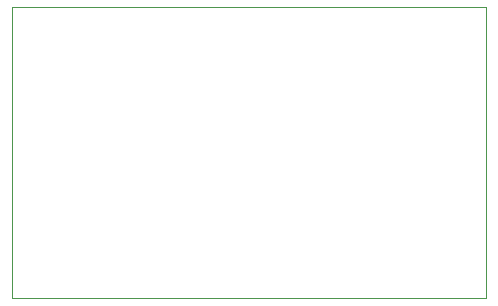
<source format=gbr>
%TF.GenerationSoftware,KiCad,Pcbnew,(5.99.0-11414-g76a6177eb7)*%
%TF.CreationDate,2021-11-21T23:19:34+08:00*%
%TF.ProjectId,trackpoint,74726163-6b70-46f6-996e-742e6b696361,rev?*%
%TF.SameCoordinates,Original*%
%TF.FileFunction,Profile,NP*%
%FSLAX46Y46*%
G04 Gerber Fmt 4.6, Leading zero omitted, Abs format (unit mm)*
G04 Created by KiCad (PCBNEW (5.99.0-11414-g76a6177eb7)) date 2021-11-21 23:19:34*
%MOMM*%
%LPD*%
G01*
G04 APERTURE LIST*
%TA.AperFunction,Profile*%
%ADD10C,0.100000*%
%TD*%
G04 APERTURE END LIST*
D10*
X97260000Y-67750000D02*
X137340000Y-67750000D01*
X137340000Y-67750000D02*
X137340000Y-92360000D01*
X137340000Y-92360000D02*
X97260000Y-92360000D01*
X97260000Y-92360000D02*
X97260000Y-67750000D01*
M02*

</source>
